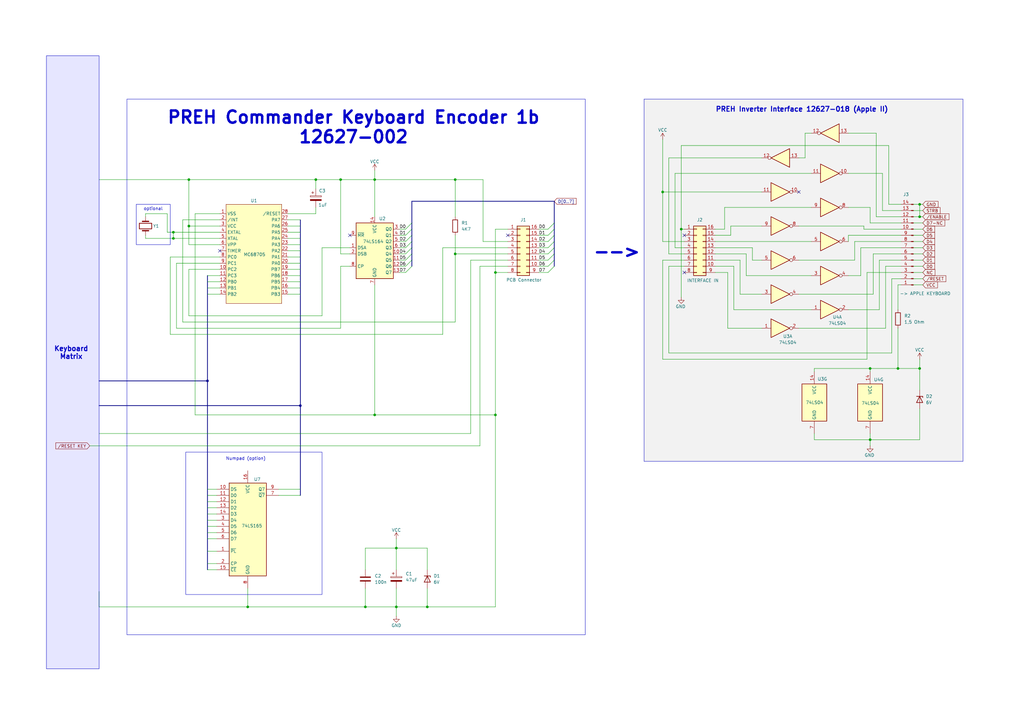
<source format=kicad_sch>
(kicad_sch (version 20250114) (generator "eeschema") (generator_version "9.0")
  (paper "A3")
  (title_block (title "PREH Commander") (date "2025-03-07") (rev "1"))
  (lib_symbols
    (symbol "74xx:74HC164"
      (property "Reference" "U" (at 1.905 -13.97 0))
      (property "Value" "74HC164" (at 1.905 -16.51 0))
      (symbol "74HC164_0_1"
        (rectangle (start 7.62 10.16) (end -7.62 -12.7) (stroke (width 0.254)) (fill (type background)))
      )
      (symbol "74HC164_1_1"
        (pin input line (at -10.16 5.08 0) (length 2.54) (name "~{MR}") (number "9"))
        (pin input line (at -10.16 0 0) (length 2.54) (name "DSA") (number "1"))
        (pin input line (at -10.16 -2.54 0) (length 2.54) (name "DSB") (number "2"))
        (pin input line (at -10.16 -7.62 0) (length 2.54) (name "CP") (number "8"))
        (pin power_in line (at 0 12.7 270) (length 2.54) (name "VCC") (number "14"))
        (pin power_in line (at 0 -15.24 90) (length 2.54) (name "GND") (number "7"))
        (pin output line (at 10.16 7.62 180) (length 2.54) (name "Q0") (number "3"))
        (pin output line (at 10.16 5.08 180) (length 2.54) (name "Q1") (number "4"))
        (pin output line (at 10.16 2.54 180) (length 2.54) (name "Q2") (number "5"))
        (pin output line (at 10.16 0 180) (length 2.54) (name "Q3") (number "6"))
        (pin output line (at 10.16 -2.54 180) (length 2.54) (name "Q4") (number "10"))
        (pin output line (at 10.16 -5.08 180) (length 2.54) (name "Q5") (number "11"))
        (pin output line (at 10.16 -7.62 180) (length 2.54) (name "Q6") (number "12"))
        (pin output line (at 10.16 -10.16 180) (length 2.54) (name "Q7") (number "13"))
      )
    )
    (symbol "74xx:74LS04"
      (property "Reference" "U" (at 0 1.27 0))
      (property "Value" "74LS04" (at 0 -1.27 0))
      (symbol "74LS04_1_0"
        (polyline (pts (xy -3.81 3.81) (xy -3.81 -3.81) (xy 3.81 0) (xy -3.81 3.81)) (stroke (width 0.254)) (fill (type background)))
        (pin input line (at -7.62 0 0) (length 3.81) (name "~") (number "1"))
        (pin output inverted (at 7.62 0 180) (length 3.81) (name "~") (number "2"))
      )
      (symbol "74LS04_2_0"
        (polyline (pts (xy -3.81 3.81) (xy -3.81 -3.81) (xy 3.81 0) (xy -3.81 3.81)) (stroke (width 0.254)) (fill (type background)))
        (pin input line (at -7.62 0 0) (length 3.81) (name "~") (number "3"))
        (pin output inverted (at 7.62 0 180) (length 3.81) (name "~") (number "4"))
      )
      (symbol "74LS04_3_0"
        (polyline (pts (xy -3.81 3.81) (xy -3.81 -3.81) (xy 3.81 0) (xy -3.81 3.81)) (stroke (width 0.254)) (fill (type background)))
        (pin input line (at -7.62 0 0) (length 3.81) (name "~") (number "5"))
        (pin output inverted (at 7.62 0 180) (length 3.81) (name "~") (number "6"))
      )
      (symbol "74LS04_4_0"
        (polyline (pts (xy -3.81 3.81) (xy -3.81 -3.81) (xy 3.81 0) (xy -3.81 3.81)) (stroke (width 0.254)) (fill (type background)))
        (pin input line (at -7.62 0 0) (length 3.81) (name "~") (number "9"))
        (pin output inverted (at 7.62 0 180) (length 3.81) (name "~") (number "8"))
      )
      (symbol "74LS04_5_0"
        (polyline (pts (xy -3.81 3.81) (xy -3.81 -3.81) (xy 3.81 0) (xy -3.81 3.81)) (stroke (width 0.254)) (fill (type background)))
        (pin input line (at -7.62 0 0) (length 3.81) (name "~") (number "11"))
        (pin output inverted (at 7.62 0 180) (length 3.81) (name "~") (number "10"))
      )
      (symbol "74LS04_6_0"
        (polyline (pts (xy -3.81 3.81) (xy -3.81 -3.81) (xy 3.81 0) (xy -3.81 3.81)) (stroke (width 0.254)) (fill (type background)))
        (pin input line (at -7.62 0 0) (length 3.81) (name "~") (number "13"))
        (pin output inverted (at 7.62 0 180) (length 3.81) (name "~") (number "12"))
      )
      (symbol "74LS04_7_0"
        (pin power_in line (at 0 12.7 270) (length 5.08) (name "VCC") (number "14"))
        (pin power_in line (at 0 -12.7 90) (length 5.08) (name "GND") (number "7"))
      )
      (symbol "74LS04_7_1"
        (rectangle (start -5.08 7.62) (end 5.08 -7.62) (stroke (width 0.254)) (fill (type background)))
      )
    )
    (symbol "74xx:74LS165"
      (property "Reference" "U" (at -7.62 19.05 0))
      (property "Value" "74LS165" (at -7.62 -21.59 0))
      (symbol "74LS165_1_0"
        (pin input line (at -12.7 15.24 0) (length 5.08) (name "DS") (number "10"))
        (pin input line (at -12.7 12.7 0) (length 5.08) (name "D0") (number "11"))
        (pin input line (at -12.7 10.16 0) (length 5.08) (name "D1") (number "12"))
        (pin input line (at -12.7 7.62 0) (length 5.08) (name "D2") (number "13"))
        (pin input line (at -12.7 5.08 0) (length 5.08) (name "D3") (number "14"))
        (pin input line (at -12.7 2.54 0) (length 5.08) (name "D4") (number "3"))
        (pin input line (at -12.7 0 0) (length 5.08) (name "D5") (number "4"))
        (pin input line (at -12.7 -2.54 0) (length 5.08) (name "D6") (number "5"))
        (pin input line (at -12.7 -5.08 0) (length 5.08) (name "D7") (number "6"))
        (pin input line (at -12.7 -10.16 0) (length 5.08) (name "~{PL}") (number "1"))
        (pin input line (at -12.7 -15.24 0) (length 5.08) (name "CP") (number "2"))
        (pin input line (at -12.7 -17.78 0) (length 5.08) (name "~{CE}") (number "15"))
        (pin power_in line (at 0 22.86 270) (length 5.08) (name "VCC") (number "16"))
        (pin power_in line (at 0 -25.4 90) (length 5.08) (name "GND") (number "8"))
        (pin output line (at 12.7 15.24 180) (length 5.08) (name "Q7") (number "9"))
        (pin output line (at 12.7 12.7 180) (length 5.08) (name "~{Q7}") (number "7"))
      )
      (symbol "74LS165_1_1"
        (rectangle (start -7.62 17.78) (end 7.62 -20.32) (stroke (width 0.254)) (fill (type background)))
      )
    )
    (symbol "Apple:MC68705"
      (property "Reference" "U" (at -0.762 21.082 0))
      (property "Value" "MC68705" (at -0.762 0 0))
      (symbol "MC68705_1_1"
        (rectangle (start -12.7 20.32) (end 10.16 -20.32) (fill (type background)))
        (pin power_in line (at -15.24 16.51 0) (length 2.54) (name "VSS") (number "1"))
        (pin input line (at -15.24 13.97 0) (length 2.54) (name "/INT") (number "2"))
        (pin power_in line (at -15.24 11.43 0) (length 2.54) (name "VCC") (number "3"))
        (pin input line (at -15.24 8.89 0) (length 2.54) (name "EXTAL") (number "4"))
        (pin input line (at -15.24 6.35 0) (length 2.54) (name "XTAL") (number "5"))
        (pin input line (at -15.24 3.81 0) (length 2.54) (name "VPP") (number "6"))
        (pin input line (at -15.24 1.27 0) (length 2.54) (name "TIMER") (number "7"))
        (pin input line (at -15.24 -1.27 0) (length 2.54) (name "PC0") (number "8"))
        (pin input line (at -15.24 -3.81 0) (length 2.54) (name "PC1") (number "9"))
        (pin input line (at -15.24 -6.35 0) (length 2.54) (name "PC2") (number "10"))
        (pin input line (at -15.24 -8.89 0) (length 2.54) (name "PC3") (number "11"))
        (pin input line (at -15.24 -11.43 0) (length 2.54) (name "PB0") (number "12"))
        (pin input line (at -15.24 -13.97 0) (length 2.54) (name "PB1") (number "13"))
        (pin input line (at -15.24 -16.51 0) (length 2.54) (name "PB2") (number "14"))
        (pin input line (at 12.7 16.51 180) (length 2.54) (name "/RESET") (number "28"))
        (pin input line (at 12.7 13.97 180) (length 2.54) (name "PA7") (number "27"))
        (pin input line (at 12.7 11.43 180) (length 2.54) (name "PA6") (number "26"))
        (pin input line (at 12.7 8.89 180) (length 2.54) (name "PA5") (number "25"))
        (pin input line (at 12.7 6.35 180) (length 2.54) (name "PA4") (number "24"))
        (pin input line (at 12.7 3.81 180) (length 2.54) (name "PA3") (number "23"))
        (pin input line (at 12.7 1.27 180) (length 2.54) (name "PA2") (number "22"))
        (pin input line (at 12.7 -1.27 180) (length 2.54) (name "PA1") (number "21"))
        (pin input line (at 12.7 -3.81 180) (length 2.54) (name "PA0") (number "20"))
        (pin input line (at 12.7 -6.35 180) (length 2.54) (name "PB7") (number "19"))
        (pin input line (at 12.7 -8.89 180) (length 2.54) (name "PB6") (number "18"))
        (pin input line (at 12.7 -11.43 180) (length 2.54) (name "PB5") (number "17"))
        (pin input line (at 12.7 -13.97 180) (length 2.54) (name "PB4") (number "16"))
        (pin input line (at 12.7 -16.51 180) (length 2.54) (name "PB3") (number "15"))
      )
    )
    (symbol "Connector:Conn_01x14_Pin" (pin_names (offset 1.016) (hide yes))
      (property "Reference" "J" (at 0 17.78 0))
      (property "Value" "Conn_01x14_Pin" (at 0 -20.32 0))
      (symbol "Conn_01x14_Pin_1_1"
        (rectangle (start 0.8636 15.367) (end 0 15.113) (stroke (width 0.1524)) (fill (type outline)))
        (rectangle (start 0.8636 12.827) (end 0 12.573) (stroke (width 0.1524)) (fill (type outline)))
        (rectangle (start 0.8636 10.287) (end 0 10.033) (stroke (width 0.1524)) (fill (type outline)))
        (rectangle (start 0.8636 7.747) (end 0 7.493) (stroke (width 0.1524)) (fill (type outline)))
        (rectangle (start 0.8636 5.207) (end 0 4.953) (stroke (width 0.1524)) (fill (type outline)))
        (rectangle (start 0.8636 2.667) (end 0 2.413) (stroke (width 0.1524)) (fill (type outline)))
        (rectangle (start 0.8636 0.127) (end 0 -0.127) (stroke (width 0.1524)) (fill (type outline)))
        (rectangle (start 0.8636 -2.413) (end 0 -2.667) (stroke (width 0.1524)) (fill (type outline)))
        (rectangle (start 0.8636 -4.953) (end 0 -5.207) (stroke (width 0.1524)) (fill (type outline)))
        (rectangle (start 0.8636 -7.493) (end 0 -7.747) (stroke (width 0.1524)) (fill (type outline)))
        (rectangle (start 0.8636 -10.033) (end 0 -10.287) (stroke (width 0.1524)) (fill (type outline)))
        (rectangle (start 0.8636 -12.573) (end 0 -12.827) (stroke (width 0.1524)) (fill (type outline)))
        (rectangle (start 0.8636 -15.113) (end 0 -15.367) (stroke (width 0.1524)) (fill (type outline)))
        (rectangle (start 0.8636 -17.653) (end 0 -17.907) (stroke (width 0.1524)) (fill (type outline)))
        (polyline (pts (xy 1.27 15.24) (xy 0.8636 15.24)) (stroke (width 0.1524)))
        (polyline (pts (xy 1.27 12.7) (xy 0.8636 12.7)) (stroke (width 0.1524)))
        (polyline (pts (xy 1.27 10.16) (xy 0.8636 10.16)) (stroke (width 0.1524)))
        (polyline (pts (xy 1.27 7.62) (xy 0.8636 7.62)) (stroke (width 0.1524)))
        (polyline (pts (xy 1.27 5.08) (xy 0.8636 5.08)) (stroke (width 0.1524)))
        (polyline (pts (xy 1.27 2.54) (xy 0.8636 2.54)) (stroke (width 0.1524)))
        (polyline (pts (xy 1.27 0) (xy 0.8636 0)) (stroke (width 0.1524)))
        (polyline (pts (xy 1.27 -2.54) (xy 0.8636 -2.54)) (stroke (width 0.1524)))
        (polyline (pts (xy 1.27 -5.08) (xy 0.8636 -5.08)) (stroke (width 0.1524)))
        (polyline (pts (xy 1.27 -7.62) (xy 0.8636 -7.62)) (stroke (width 0.1524)))
        (polyline (pts (xy 1.27 -10.16) (xy 0.8636 -10.16)) (stroke (width 0.1524)))
        (polyline (pts (xy 1.27 -12.7) (xy 0.8636 -12.7)) (stroke (width 0.1524)))
        (polyline (pts (xy 1.27 -15.24) (xy 0.8636 -15.24)) (stroke (width 0.1524)))
        (polyline (pts (xy 1.27 -17.78) (xy 0.8636 -17.78)) (stroke (width 0.1524)))
        (pin passive line (at 5.08 15.24 180) (length 3.81) (name "Pin_1") (number "1"))
        (pin passive line (at 5.08 12.7 180) (length 3.81) (name "Pin_2") (number "2"))
        (pin passive line (at 5.08 10.16 180) (length 3.81) (name "Pin_3") (number "3"))
        (pin passive line (at 5.08 7.62 180) (length 3.81) (name "Pin_4") (number "4"))
        (pin passive line (at 5.08 5.08 180) (length 3.81) (name "Pin_5") (number "5"))
        (pin passive line (at 5.08 2.54 180) (length 3.81) (name "Pin_6") (number "6"))
        (pin passive line (at 5.08 0 180) (length 3.81) (name "Pin_7") (number "7"))
        (pin passive line (at 5.08 -2.54 180) (length 3.81) (name "Pin_8") (number "8"))
        (pin passive line (at 5.08 -5.08 180) (length 3.81) (name "Pin_9") (number "9"))
        (pin passive line (at 5.08 -7.62 180) (length 3.81) (name "Pin_10") (number "10"))
        (pin passive line (at 5.08 -10.16 180) (length 3.81) (name "Pin_11") (number "11"))
        (pin passive line (at 5.08 -12.7 180) (length 3.81) (name "Pin_12") (number "12"))
        (pin passive line (at 5.08 -15.24 180) (length 3.81) (name "Pin_13") (number "13"))
        (pin passive line (at 5.08 -17.78 180) (length 3.81) (name "Pin_14") (number "14"))
      )
    )
    (symbol "Connector_Generic:Conn_02x08_Counter_Clockwise" (pin_names (offset 1.016) (hide yes))
      (property "Reference" "J" (at 1.27 10.16 0))
      (property "Value" "Conn_02x08_Counter_Clockwise" (at 1.27 -12.7 0))
      (symbol "Conn_02x08_Counter_Clockwise_1_1"
        (rectangle (start -1.27 8.89) (end 3.81 -11.43) (stroke (width 0.254)) (fill (type background)))
        (rectangle (start -1.27 7.747) (end 0 7.493) (stroke (width 0.1524)))
        (rectangle (start -1.27 5.207) (end 0 4.953) (stroke (width 0.1524)))
        (rectangle (start -1.27 2.667) (end 0 2.413) (stroke (width 0.1524)))
        (rectangle (start -1.27 0.127) (end 0 -0.127) (stroke (width 0.1524)))
        (rectangle (start -1.27 -2.413) (end 0 -2.667) (stroke (width 0.1524)))
        (rectangle (start -1.27 -4.953) (end 0 -5.207) (stroke (width 0.1524)))
        (rectangle (start -1.27 -7.493) (end 0 -7.747) (stroke (width 0.1524)))
        (rectangle (start -1.27 -10.033) (end 0 -10.287) (stroke (width 0.1524)))
        (rectangle (start 3.81 7.747) (end 2.54 7.493) (stroke (width 0.1524)))
        (rectangle (start 3.81 5.207) (end 2.54 4.953) (stroke (width 0.1524)))
        (rectangle (start 3.81 2.667) (end 2.54 2.413) (stroke (width 0.1524)))
        (rectangle (start 3.81 0.127) (end 2.54 -0.127) (stroke (width 0.1524)))
        (rectangle (start 3.81 -2.413) (end 2.54 -2.667) (stroke (width 0.1524)))
        (rectangle (start 3.81 -4.953) (end 2.54 -5.207) (stroke (width 0.1524)))
        (rectangle (start 3.81 -7.493) (end 2.54 -7.747) (stroke (width 0.1524)))
        (rectangle (start 3.81 -10.033) (end 2.54 -10.287) (stroke (width 0.1524)))
        (pin passive line (at -5.08 7.62 0) (length 3.81) (name "Pin_1") (number "1"))
        (pin passive line (at -5.08 5.08 0) (length 3.81) (name "Pin_2") (number "2"))
        (pin passive line (at -5.08 2.54 0) (length 3.81) (name "Pin_3") (number "3"))
        (pin passive line (at -5.08 0 0) (length 3.81) (name "Pin_4") (number "4"))
        (pin passive line (at -5.08 -2.54 0) (length 3.81) (name "Pin_5") (number "5"))
        (pin passive line (at -5.08 -5.08 0) (length 3.81) (name "Pin_6") (number "6"))
        (pin passive line (at -5.08 -7.62 0) (length 3.81) (name "Pin_7") (number "7"))
        (pin passive line (at -5.08 -10.16 0) (length 3.81) (name "Pin_8") (number "8"))
        (pin passive line (at 7.62 7.62 180) (length 3.81) (name "Pin_16") (number "16"))
        (pin passive line (at 7.62 5.08 180) (length 3.81) (name "Pin_15") (number "15"))
        (pin passive line (at 7.62 2.54 180) (length 3.81) (name "Pin_14") (number "14"))
        (pin passive line (at 7.62 0 180) (length 3.81) (name "Pin_13") (number "13"))
        (pin passive line (at 7.62 -2.54 180) (length 3.81) (name "Pin_12") (number "12"))
        (pin passive line (at 7.62 -5.08 180) (length 3.81) (name "Pin_11") (number "11"))
        (pin passive line (at 7.62 -7.62 180) (length 3.81) (name "Pin_10") (number "10"))
        (pin passive line (at 7.62 -10.16 180) (length 3.81) (name "Pin_9") (number "9"))
      )
    )
    (symbol "Device:C" (pin_numbers (hide yes)) (pin_names (offset 0.254))
      (property "Reference" "C" (at 0.635 2.54 0))
      (property "Value" "C" (at 0.635 -2.54 0))
      (symbol "C_0_1"
        (polyline (pts (xy -2.032 0.762) (xy 2.032 0.762)) (stroke (width 0.508)))
        (polyline (pts (xy -2.032 -0.762) (xy 2.032 -0.762)) (stroke (width 0.508)))
      )
      (symbol "C_1_1"
        (pin passive line (at 0 3.81 270) (length 2.794) (name "~") (number "1"))
        (pin passive line (at 0 -3.81 90) (length 2.794) (name "~") (number "2"))
      )
    )
    (symbol "Device:C_Polarized" (pin_numbers (hide yes)) (pin_names (offset 0.254))
      (property "Reference" "C" (at 0.635 2.54 0))
      (property "Value" "C_Polarized" (at 0.635 -2.54 0))
      (symbol "C_Polarized_0_1"
        (rectangle (start -2.286 0.508) (end 2.286 1.016))
        (polyline (pts (xy -1.778 2.286) (xy -0.762 2.286)))
        (polyline (pts (xy -1.27 2.794) (xy -1.27 1.778)))
        (rectangle (start 2.286 -0.508) (end -2.286 -1.016) (fill (type outline)))
      )
      (symbol "C_Polarized_1_1"
        (pin passive line (at 0 3.81 270) (length 2.794) (name "~") (number "1"))
        (pin passive line (at 0 -3.81 90) (length 2.794) (name "~") (number "2"))
      )
    )
    (symbol "Device:Crystal" (pin_numbers (hide yes)) (pin_names (offset 1.016) (hide yes))
      (property "Reference" "Y" (at 0 3.81 0))
      (property "Value" "Crystal" (at 0 -3.81 0))
      (symbol "Crystal_0_1"
        (polyline (pts (xy -2.54 0) (xy -1.905 0)))
        (polyline (pts (xy -1.905 -1.27) (xy -1.905 1.27)) (stroke (width 0.508)))
        (rectangle (start -1.143 2.54) (end 1.143 -2.54) (stroke (width 0.3048)))
        (polyline (pts (xy 1.905 -1.27) (xy 1.905 1.27)) (stroke (width 0.508)))
        (polyline (pts (xy 2.54 0) (xy 1.905 0)))
      )
      (symbol "Crystal_1_1"
        (pin passive line (at -3.81 0 0) (length 1.27) (name "1") (number "1"))
        (pin passive line (at 3.81 0 180) (length 1.27) (name "2") (number "2"))
      )
    )
    (symbol "Device:R" (pin_numbers (hide yes)) (pin_names (offset 0))
      (property "Reference" "R" (at 2.032 0 90))
      (property "Value" "R" (at 0 0 90))
      (symbol "R_0_1"
        (rectangle (start -1.016 -2.54) (end 1.016 2.54) (stroke (width 0.254)))
      )
      (symbol "R_1_1"
        (pin passive line (at 0 3.81 270) (length 1.27) (name "~") (number "1"))
        (pin passive line (at 0 -3.81 90) (length 1.27) (name "~") (number "2"))
      )
    )
    (symbol "Diode:BZD27Cxx" (pin_numbers (hide yes)) (pin_names (hide yes))
      (property "Reference" "D" (at 0 2.54 0))
      (property "Value" "BZD27Cxx" (at 0 -2.54 0))
      (symbol "BZD27Cxx_0_1"
        (polyline (pts (xy -1.27 -1.27) (xy -1.27 1.27) (xy -0.762 1.27)) (stroke (width 0.254)))
        (polyline (pts (xy 1.27 0) (xy -1.27 0)))
        (polyline (pts (xy 1.27 -1.27) (xy 1.27 1.27) (xy -1.27 0) (xy 1.27 -1.27)) (stroke (width 0.254)))
      )
      (symbol "BZD27Cxx_1_1"
        (pin passive line (at -3.81 0 0) (length 2.54) (name "K") (number "1"))
        (pin passive line (at 3.81 0 180) (length 2.54) (name "A") (number "2"))
      )
    )
    (symbol "power:GND" (power) (pin_numbers (hide yes)) (pin_names (offset 0) (hide yes))
      (property "Value" "GND" (at 0 -3.81 0))
      (symbol "GND_0_1"
        (polyline (pts (xy 0 0) (xy 0 -1.27) (xy 1.27 -1.27) (xy 0 -2.54) (xy -1.27 -1.27) (xy 0 -1.27)))
      )
      (symbol "GND_1_1"
        (pin power_in line (at 0 0 270) (length 0) (name "~") (number "1"))
      )
    )
    (symbol "power:VCC" (power) (pin_numbers (hide yes)) (pin_names (offset 0) (hide yes))
      (property "Value" "VCC" (at 0 3.556 0))
      (symbol "VCC_0_1"
        (polyline (pts (xy -0.762 1.27) (xy 0 2.54)))
        (polyline (pts (xy 0 2.54) (xy 0.762 1.27)))
        (polyline (pts (xy 0 0) (xy 0 2.54)))
      )
      (symbol "VCC_1_1"
        (pin power_in line (at 0 0 90) (length 0) (name "~") (number "1"))
      )
    )
  )
  (rectangle (start 76.2 185.42) (end 132.08 243.84))
  (text "-->" (at 252.984 103.378 0) (effects (font (size 5 5) (thickness 1) (bold yes))))
  (text "PREH Inverter Interface 12627-018 (Apple II)" (at 328.93 44.958 0) (effects (font (size 2 2) (thickness 0.4) (bold yes))))
  (text "Keyboard\nMatrix" (at 29.21 144.78 0) (effects (font (size 2 2) (thickness 0.4) (bold yes))))
  (text "PREH Commander Keyboard Encoder 1b\n12627-002" (at 145.034 52.324 0) (effects (font (size 5 5) (thickness 1) (bold yes))))
  (text "Numpad (option)" (at 100.838 188.214 0) (effects (font (size 1.27 1.27))))
  (text_box "" (at 52.07 40.64 0) (size 187.96 219.71) (margins 0.9525 0.9525 0.9525 0.9525) (effects (font (size 1.27 1.27)) (justify left top)))
  (text_box "" (at 264.16 40.64 0) (size 130.81 148.59) (margins 0.9525 0.9525 0.9525 0.9525) (fill (type color) (color 194 194 194 0.2)) (effects (font (size 1.27 1.27)) (justify left top)))
  (text_box "" (at 19.05 22.86 0) (size 21.59 251.46) (margins 0.9525 0.9525 0.9525 0.9525) (fill (type color) (color 0 0 255 0.1)) (effects (font (size 1.27 1.27)) (justify left top)))
  (text_box "optional" (at 55.88 83.82 0) (size 13.97 16.51) (margins 0.9525 0.9525 0.9525 0.9525) (effects (font (size 1.27 1.27)) (justify top)))
  (junction (at 153.67 73.66))
  (junction (at 356.87 151.13))
  (junction (at 129.54 73.66))
  (junction (at 203.2 170.18))
  (junction (at 377.19 151.13))
  (junction (at 377.19 88.9))
  (junction (at 101.6 248.92))
  (junction (at 175.26 248.92))
  (junction (at 186.69 104.14))
  (junction (at 123.19 166.37))
  (junction (at 356.87 180.34))
  (junction (at 153.67 170.18))
  (junction (at 186.69 73.66))
  (junction (at 139.7 73.66))
  (junction (at 377.19 83.82))
  (junction (at 271.78 78.74))
  (junction (at 85.09 156.21))
  (junction (at 77.47 92.71))
  (junction (at 77.47 73.66))
  (junction (at 368.3 151.13))
  (junction (at 162.56 224.79))
  (junction (at 71.12 95.25))
  (junction (at 71.12 97.79))
  (junction (at 279.4 93.98))
  (junction (at 149.86 248.92))
  (junction (at 203.2 111.76))
  (junction (at 162.56 248.92))
  (no_connect (at 90.17 102.87))
  (no_connect (at 208.28 96.52))
  (no_connect (at 280.67 96.52))
  (no_connect (at 280.67 111.76))
  (no_connect (at 143.51 96.52))
  (no_connect (at 327.66 78.74))
  (bus_entry (at 227.33 91.44) (size -2.54 2.54))
  (bus_entry (at 227.33 96.52) (size -2.54 2.54))
  (bus_entry (at 168.91 96.52) (size -2.54 2.54))
  (bus_entry (at 227.33 109.22) (size -2.54 2.54))
  (bus_entry (at 227.33 104.14) (size -2.54 2.54))
  (bus_entry (at 227.33 99.06) (size -2.54 2.54))
  (bus_entry (at 168.91 101.6) (size -2.54 2.54))
  (bus_entry (at 227.33 106.68) (size -2.54 2.54))
  (bus_entry (at 227.33 93.98) (size -2.54 2.54))
  (bus_entry (at 168.91 99.06) (size -2.54 2.54))
  (bus_entry (at 168.91 109.22) (size -2.54 2.54))
  (bus_entry (at 168.91 93.98) (size -2.54 2.54))
  (bus_entry (at 168.91 106.68) (size -2.54 2.54))
  (bus_entry (at 168.91 91.44) (size -2.54 2.54))
  (bus_entry (at 168.91 104.14) (size -2.54 2.54))
  (bus_entry (at 227.33 101.6) (size -2.54 2.54))
  (wire (pts (xy 203.2 248.92) (xy 175.26 248.92)))
  (wire (pts (xy 350.52 99.06) (xy 369.57 99.06)))
  (wire (pts (xy 354.33 93.98) (xy 369.57 93.98)))
  (wire (pts (xy 118.11 110.49) (xy 123.19 110.49)))
  (wire (pts (xy 276.86 71.12) (xy 332.74 71.12)))
  (bus (pts (xy 40.64 166.37) (xy 123.19 166.37)))
  (wire (pts (xy 356.87 91.44) (xy 369.57 91.44)))
  (wire (pts (xy 59.69 97.79) (xy 71.12 97.79)))
  (wire (pts (xy 368.3 134.62) (xy 368.3 151.13)))
  (wire (pts (xy 279.4 59.69) (xy 279.4 93.98)))
  (wire (pts (xy 85.09 205.74) (xy 88.9 205.74)))
  (wire (pts (xy 220.98 93.98) (xy 224.79 93.98)))
  (wire (pts (xy 364.49 59.69) (xy 279.4 59.69)))
  (wire (pts (xy 312.42 64.77) (xy 274.32 64.77)))
  (wire (pts (xy 163.83 101.6) (xy 166.37 101.6)))
  (wire (pts (xy 356.87 85.09) (xy 356.87 91.44)))
  (wire (pts (xy 40.64 248.92) (xy 101.6 248.92)))
  (wire (pts (xy 353.06 113.03) (xy 353.06 101.6)))
  (wire (pts (xy 312.42 134.62) (xy 298.45 134.62)))
  (wire (pts (xy 118.11 118.11) (xy 123.19 118.11)))
  (wire (pts (xy 369.57 111.76) (xy 355.6 111.76)))
  (wire (pts (xy 181.61 137.16) (xy 69.85 137.16)))
  (wire (pts (xy 364.49 83.82) (xy 369.57 83.82)))
  (wire (pts (xy 330.2 54.61) (xy 330.2 64.77)))
  (wire (pts (xy 220.98 99.06) (xy 224.79 99.06)))
  (wire (pts (xy 101.6 241.3) (xy 101.6 248.92)))
  (wire (pts (xy 163.83 99.06) (xy 166.37 99.06)))
  (wire (pts (xy 129.54 85.09) (xy 129.54 87.63)))
  (wire (pts (xy 85.09 213.36) (xy 88.9 213.36)))
  (wire (pts (xy 203.2 170.18) (xy 203.2 248.92)))
  (wire (pts (xy 377.19 147.32) (xy 377.19 151.13)))
  (wire (pts (xy 118.11 107.95) (xy 123.19 107.95)))
  (wire (pts (xy 360.68 106.68) (xy 369.57 106.68)))
  (wire (pts (xy 40.64 248.92) (xy 40.64 242.57)))
  (wire (pts (xy 101.6 248.92) (xy 149.86 248.92)))
  (bus (pts (xy 227.33 93.98) (xy 227.33 96.52)))
  (wire (pts (xy 85.09 208.28) (xy 88.9 208.28)))
  (wire (pts (xy 129.54 73.66) (xy 139.7 73.66)))
  (wire (pts (xy 220.98 96.52) (xy 224.79 96.52)))
  (wire (pts (xy 193.04 106.68) (xy 193.04 177.8)))
  (wire (pts (xy 274.32 64.77) (xy 274.32 104.14)))
  (wire (pts (xy 271.78 99.06) (xy 280.67 99.06)))
  (wire (pts (xy 132.08 129.54) (xy 77.47 129.54)))
  (wire (pts (xy 85.09 233.68) (xy 88.9 233.68)))
  (wire (pts (xy 139.7 73.66) (xy 139.7 104.14)))
  (wire (pts (xy 354.33 92.71) (xy 354.33 93.98)))
  (wire (pts (xy 363.22 109.22) (xy 369.57 109.22)))
  (wire (pts (xy 68.58 87.63) (xy 59.69 87.63)))
  (wire (pts (xy 118.11 115.57) (xy 123.19 115.57)))
  (wire (pts (xy 203.2 111.76) (xy 203.2 170.18)))
  (wire (pts (xy 330.2 64.77) (xy 327.66 64.77)))
  (wire (pts (xy 356.87 177.8) (xy 356.87 180.34)))
  (bus (pts (xy 227.33 106.68) (xy 227.33 109.22)))
  (wire (pts (xy 347.98 113.03) (xy 353.06 113.03)))
  (wire (pts (xy 300.99 109.22) (xy 293.37 109.22)))
  (wire (pts (xy 181.61 101.6) (xy 181.61 137.16)))
  (bus (pts (xy 227.33 99.06) (xy 227.33 101.6)))
  (bus (pts (xy 168.91 109.22) (xy 168.91 106.68)))
  (wire (pts (xy 162.56 224.79) (xy 162.56 233.68)))
  (wire (pts (xy 74.93 132.08) (xy 74.93 90.17)))
  (wire (pts (xy 368.3 116.84) (xy 368.3 127)))
  (wire (pts (xy 118.11 95.25) (xy 123.19 95.25)))
  (wire (pts (xy 347.98 54.61) (xy 359.41 54.61)))
  (wire (pts (xy 163.83 109.22) (xy 166.37 109.22)))
  (wire (pts (xy 203.2 93.98) (xy 203.2 111.76)))
  (wire (pts (xy 332.74 85.09) (xy 297.18 85.09)))
  (wire (pts (xy 327.66 120.65) (xy 358.14 120.65)))
  (bus (pts (xy 227.33 104.14) (xy 227.33 106.68)))
  (wire (pts (xy 153.67 88.9) (xy 153.67 73.66)))
  (wire (pts (xy 36.83 182.88) (xy 196.85 182.88)))
  (wire (pts (xy 77.47 110.49) (xy 90.17 110.49)))
  (wire (pts (xy 355.6 111.76) (xy 355.6 147.32)))
  (wire (pts (xy 356.87 151.13) (xy 368.3 151.13)))
  (wire (pts (xy 374.65 93.98) (xy 378.46 93.98)))
  (wire (pts (xy 363.22 134.62) (xy 363.22 109.22)))
  (wire (pts (xy 220.98 109.22) (xy 224.79 109.22)))
  (wire (pts (xy 365.76 114.3) (xy 365.76 144.78)))
  (wire (pts (xy 153.67 170.18) (xy 203.2 170.18)))
  (wire (pts (xy 85.09 115.57) (xy 90.17 115.57)))
  (wire (pts (xy 114.3 200.66) (xy 123.19 200.66)))
  (wire (pts (xy 85.09 215.9) (xy 88.9 215.9)))
  (wire (pts (xy 85.09 113.03) (xy 90.17 113.03)))
  (wire (pts (xy 303.53 120.65) (xy 303.53 106.68)))
  (wire (pts (xy 276.86 101.6) (xy 280.67 101.6)))
  (bus (pts (xy 168.91 96.52) (xy 168.91 93.98)))
  (wire (pts (xy 208.28 104.14) (xy 186.69 104.14)))
  (wire (pts (xy 327.66 92.71) (xy 354.33 92.71)))
  (wire (pts (xy 364.49 83.82) (xy 364.49 59.69)))
  (wire (pts (xy 139.7 109.22) (xy 143.51 109.22)))
  (wire (pts (xy 359.41 54.61) (xy 359.41 88.9)))
  (wire (pts (xy 361.95 71.12) (xy 361.95 86.36)))
  (wire (pts (xy 85.09 218.44) (xy 88.9 218.44)))
  (wire (pts (xy 139.7 109.22) (xy 139.7 134.62)))
  (wire (pts (xy 186.69 104.14) (xy 186.69 132.08)))
  (bus (pts (xy 168.91 101.6) (xy 168.91 99.06)))
  (bus (pts (xy 227.33 91.44) (xy 227.33 93.98)))
  (wire (pts (xy 306.07 113.03) (xy 306.07 104.14)))
  (wire (pts (xy 90.17 95.25) (xy 71.12 95.25)))
  (wire (pts (xy 118.11 100.33) (xy 123.19 100.33)))
  (wire (pts (xy 129.54 73.66) (xy 129.54 77.47)))
  (wire (pts (xy 77.47 92.71) (xy 90.17 92.71)))
  (wire (pts (xy 220.98 101.6) (xy 224.79 101.6)))
  (wire (pts (xy 85.09 220.98) (xy 88.9 220.98)))
  (wire (pts (xy 374.65 111.76) (xy 378.46 111.76)))
  (wire (pts (xy 72.39 107.95) (xy 90.17 107.95)))
  (wire (pts (xy 181.61 101.6) (xy 208.28 101.6)))
  (wire (pts (xy 369.57 116.84) (xy 368.3 116.84)))
  (wire (pts (xy 198.12 99.06) (xy 198.12 73.66)))
  (wire (pts (xy 208.28 93.98) (xy 203.2 93.98)))
  (wire (pts (xy 118.11 87.63) (xy 129.54 87.63)))
  (bus (pts (xy 168.91 106.68) (xy 168.91 104.14)))
  (wire (pts (xy 208.28 99.06) (xy 198.12 99.06)))
  (wire (pts (xy 347.98 85.09) (xy 356.87 85.09)))
  (wire (pts (xy 163.83 93.98) (xy 166.37 93.98)))
  (wire (pts (xy 203.2 111.76) (xy 208.28 111.76)))
  (wire (pts (xy 271.78 78.74) (xy 312.42 78.74)))
  (wire (pts (xy 90.17 97.79) (xy 71.12 97.79)))
  (wire (pts (xy 377.19 180.34) (xy 377.19 167.64)))
  (wire (pts (xy 77.47 100.33) (xy 90.17 100.33)))
  (wire (pts (xy 332.74 113.03) (xy 306.07 113.03)))
  (wire (pts (xy 353.06 101.6) (xy 369.57 101.6)))
  (wire (pts (xy 279.4 93.98) (xy 279.4 121.92)))
  (wire (pts (xy 374.65 83.82) (xy 377.19 83.82)))
  (wire (pts (xy 356.87 180.34) (xy 334.01 180.34)))
  (wire (pts (xy 85.09 200.66) (xy 88.9 200.66)))
  (wire (pts (xy 377.19 83.82) (xy 378.46 83.82)))
  (wire (pts (xy 85.09 226.06) (xy 88.9 226.06)))
  (wire (pts (xy 163.83 96.52) (xy 166.37 96.52)))
  (wire (pts (xy 149.86 224.79) (xy 162.56 224.79)))
  (wire (pts (xy 365.76 114.3) (xy 369.57 114.3)))
  (bus (pts (xy 168.91 104.14) (xy 168.91 101.6)))
  (wire (pts (xy 374.65 91.44) (xy 378.46 91.44)))
  (wire (pts (xy 374.65 116.84) (xy 378.46 116.84)))
  (wire (pts (xy 71.12 95.25) (xy 68.58 95.25)))
  (wire (pts (xy 40.64 177.8) (xy 193.04 177.8)))
  (wire (pts (xy 149.86 233.68) (xy 149.86 224.79)))
  (wire (pts (xy 271.78 147.32) (xy 271.78 106.68)))
  (wire (pts (xy 77.47 129.54) (xy 77.47 110.49)))
  (wire (pts (xy 274.32 109.22) (xy 280.67 109.22)))
  (wire (pts (xy 374.65 86.36) (xy 378.46 86.36)))
  (wire (pts (xy 347.98 71.12) (xy 361.95 71.12)))
  (wire (pts (xy 153.67 73.66) (xy 153.67 69.85)))
  (wire (pts (xy 80.01 170.18) (xy 153.67 170.18)))
  (wire (pts (xy 368.3 151.13) (xy 377.19 151.13)))
  (wire (pts (xy 271.78 57.15) (xy 271.78 78.74)))
  (bus (pts (xy 227.33 96.52) (xy 227.33 99.06)))
  (wire (pts (xy 59.69 96.52) (xy 59.69 97.79)))
  (wire (pts (xy 220.98 104.14) (xy 224.79 104.14)))
  (wire (pts (xy 374.65 109.22) (xy 378.46 109.22)))
  (wire (pts (xy 40.64 73.66) (xy 77.47 73.66)))
  (wire (pts (xy 85.09 118.11) (xy 90.17 118.11)))
  (wire (pts (xy 297.18 85.09) (xy 297.18 93.98)))
  (wire (pts (xy 293.37 99.06) (xy 332.74 99.06)))
  (wire (pts (xy 377.19 83.82) (xy 377.19 88.9)))
  (wire (pts (xy 374.65 106.68) (xy 378.46 106.68)))
  (wire (pts (xy 118.11 97.79) (xy 123.19 97.79)))
  (bus (pts (xy 85.09 113.03) (xy 85.09 156.21)))
  (wire (pts (xy 308.61 101.6) (xy 293.37 101.6)))
  (wire (pts (xy 162.56 248.92) (xy 162.56 252.73)))
  (wire (pts (xy 196.85 109.22) (xy 196.85 182.88)))
  (wire (pts (xy 175.26 241.3) (xy 175.26 248.92)))
  (wire (pts (xy 85.09 231.14) (xy 88.9 231.14)))
  (wire (pts (xy 356.87 180.34) (xy 377.19 180.34)))
  (wire (pts (xy 186.69 73.66) (xy 186.69 88.9)))
  (bus (pts (xy 168.91 93.98) (xy 168.91 91.44)))
  (wire (pts (xy 312.42 120.65) (xy 303.53 120.65)))
  (wire (pts (xy 118.11 102.87) (xy 123.19 102.87)))
  (wire (pts (xy 77.47 73.66) (xy 77.47 92.71)))
  (wire (pts (xy 114.3 203.2) (xy 123.19 203.2)))
  (wire (pts (xy 77.47 73.66) (xy 129.54 73.66)))
  (wire (pts (xy 374.65 104.14) (xy 378.46 104.14)))
  (wire (pts (xy 356.87 152.4) (xy 356.87 151.13)))
  (wire (pts (xy 153.67 73.66) (xy 139.7 73.66)))
  (wire (pts (xy 312.42 106.68) (xy 308.61 106.68)))
  (wire (pts (xy 175.26 224.79) (xy 175.26 233.68)))
  (wire (pts (xy 149.86 248.92) (xy 149.86 241.3)))
  (wire (pts (xy 186.69 73.66) (xy 153.67 73.66)))
  (wire (pts (xy 59.69 87.63) (xy 59.69 88.9)))
  (wire (pts (xy 279.4 93.98) (xy 280.67 93.98)))
  (wire (pts (xy 374.65 99.06) (xy 378.46 99.06)))
  (wire (pts (xy 374.65 101.6) (xy 378.46 101.6)))
  (wire (pts (xy 298.45 134.62) (xy 298.45 111.76)))
  (wire (pts (xy 85.09 120.65) (xy 90.17 120.65)))
  (wire (pts (xy 374.65 96.52) (xy 378.46 96.52)))
  (wire (pts (xy 274.32 104.14) (xy 280.67 104.14)))
  (wire (pts (xy 332.74 127) (xy 300.99 127)))
  (bus (pts (xy 168.91 82.55) (xy 227.33 82.55)))
  (wire (pts (xy 72.39 134.62) (xy 72.39 107.95)))
  (wire (pts (xy 139.7 134.62) (xy 72.39 134.62)))
  (wire (pts (xy 143.51 101.6) (xy 132.08 101.6)))
  (wire (pts (xy 276.86 71.12) (xy 276.86 101.6)))
  (wire (pts (xy 85.09 210.82) (xy 88.9 210.82)))
  (wire (pts (xy 359.41 88.9) (xy 369.57 88.9)))
  (wire (pts (xy 162.56 224.79) (xy 175.26 224.79)))
  (bus (pts (xy 123.19 166.37) (xy 123.19 203.2)))
  (wire (pts (xy 298.45 111.76) (xy 293.37 111.76)))
  (wire (pts (xy 347.98 96.52) (xy 369.57 96.52)))
  (wire (pts (xy 118.11 90.17) (xy 123.19 90.17)))
  (wire (pts (xy 300.99 127) (xy 300.99 109.22)))
  (wire (pts (xy 80.01 87.63) (xy 80.01 170.18)))
  (wire (pts (xy 334.01 180.34) (xy 334.01 177.8)))
  (wire (pts (xy 293.37 93.98) (xy 297.18 93.98)))
  (wire (pts (xy 347.98 127) (xy 360.68 127)))
  (wire (pts (xy 118.11 113.03) (xy 123.19 113.03)))
  (wire (pts (xy 69.85 105.41) (xy 90.17 105.41)))
  (wire (pts (xy 271.78 106.68) (xy 280.67 106.68)))
  (wire (pts (xy 118.11 120.65) (xy 123.19 120.65)))
  (wire (pts (xy 132.08 101.6) (xy 132.08 129.54)))
  (wire (pts (xy 162.56 248.92) (xy 149.86 248.92)))
  (wire (pts (xy 377.19 151.13) (xy 377.19 160.02)))
  (wire (pts (xy 77.47 92.71) (xy 77.47 100.33)))
  (wire (pts (xy 332.74 54.61) (xy 330.2 54.61)))
  (wire (pts (xy 299.72 92.71) (xy 299.72 96.52)))
  (wire (pts (xy 153.67 116.84) (xy 153.67 170.18)))
  (wire (pts (xy 377.19 88.9) (xy 378.46 88.9)))
  (wire (pts (xy 360.68 127) (xy 360.68 106.68)))
  (wire (pts (xy 293.37 106.68) (xy 303.53 106.68)))
  (wire (pts (xy 358.14 104.14) (xy 369.57 104.14)))
  (wire (pts (xy 374.65 114.3) (xy 378.46 114.3)))
  (bus (pts (xy 168.91 99.06) (xy 168.91 96.52)))
  (wire (pts (xy 162.56 248.92) (xy 175.26 248.92)))
  (wire (pts (xy 163.83 106.68) (xy 166.37 106.68)))
  (wire (pts (xy 350.52 106.68) (xy 350.52 99.06)))
  (bus (pts (xy 227.33 82.55) (xy 227.33 91.44)))
  (bus (pts (xy 40.64 156.21) (xy 85.09 156.21)))
  (wire (pts (xy 299.72 96.52) (xy 293.37 96.52)))
  (wire (pts (xy 271.78 78.74) (xy 271.78 99.06)))
  (wire (pts (xy 274.32 144.78) (xy 274.32 109.22)))
  (wire (pts (xy 312.42 92.71) (xy 299.72 92.71)))
  (wire (pts (xy 85.09 203.2) (xy 88.9 203.2)))
  (wire (pts (xy 374.65 88.9) (xy 377.19 88.9)))
  (wire (pts (xy 74.93 90.17) (xy 90.17 90.17)))
  (bus (pts (xy 123.19 90.17) (xy 123.19 166.37)))
  (wire (pts (xy 186.69 96.52) (xy 186.69 104.14)))
  (wire (pts (xy 356.87 180.34) (xy 356.87 182.88)))
  (wire (pts (xy 118.11 105.41) (xy 123.19 105.41)))
  (wire (pts (xy 90.17 87.63) (xy 80.01 87.63)))
  (bus (pts (xy 85.09 233.68) (xy 85.09 156.21)))
  (wire (pts (xy 271.78 147.32) (xy 355.6 147.32)))
  (wire (pts (xy 308.61 106.68) (xy 308.61 101.6)))
  (wire (pts (xy 69.85 137.16) (xy 69.85 105.41)))
  (wire (pts (xy 356.87 151.13) (xy 334.01 151.13)))
  (wire (pts (xy 68.58 95.25) (xy 68.58 87.63)))
  (wire (pts (xy 162.56 241.3) (xy 162.56 248.92)))
  (wire (pts (xy 74.93 132.08) (xy 186.69 132.08)))
  (wire (pts (xy 71.12 95.25) (xy 71.12 97.79)))
  (wire (pts (xy 118.11 92.71) (xy 123.19 92.71)))
  (wire (pts (xy 143.51 104.14) (xy 139.7 104.14)))
  (wire (pts (xy 347.98 99.06) (xy 347.98 96.52)))
  (wire (pts (xy 365.76 144.78) (xy 274.32 144.78)))
  (wire (pts (xy 327.66 106.68) (xy 350.52 106.68)))
  (wire (pts (xy 196.85 109.22) (xy 208.28 109.22)))
  (bus (pts (xy 168.91 91.44) (xy 168.91 82.55)))
  (bus (pts (xy 227.33 101.6) (xy 227.33 104.14)))
  (wire (pts (xy 220.98 111.76) (xy 224.79 111.76)))
  (wire (pts (xy 162.56 220.98) (xy 162.56 224.79)))
  (wire (pts (xy 208.28 106.68) (xy 193.04 106.68)))
  (wire (pts (xy 306.07 104.14) (xy 293.37 104.14)))
  (wire (pts (xy 163.83 111.76) (xy 166.37 111.76)))
  (wire (pts (xy 327.66 134.62) (xy 363.22 134.62)))
  (wire (pts (xy 358.14 120.65) (xy 358.14 104.14)))
  (wire (pts (xy 220.98 106.68) (xy 224.79 106.68)))
  (wire (pts (xy 361.95 86.36) (xy 369.57 86.36)))
  (wire (pts (xy 163.83 104.14) (xy 166.37 104.14)))
  (wire (pts (xy 198.12 73.66) (xy 186.69 73.66)))
  (wire (pts (xy 334.01 151.13) (xy 334.01 152.4)))
  (label "D0" (at 163.83 93.98 0))
  (label "D5" (at 163.83 106.68 0))
  (label "D0" (at 220.98 93.98 0))
  (label "D1" (at 220.98 96.52 0))
  (label "D1" (at 163.83 96.52 0))
  (label "D2" (at 163.83 99.06 0))
  (label "D6" (at 163.83 109.22 0))
  (label "D7" (at 220.98 111.76 0))
  (label "D6" (at 220.98 109.22 0))
  (label "D2" (at 220.98 99.06 0))
  (label "D4" (at 163.83 104.14 0))
  (label "D7" (at 163.83 111.76 0))
  (label "D3" (at 220.98 101.6 0))
  (label "D3" (at 163.83 101.6 0))
  (label "D5" (at 220.98 106.68 0))
  (label "D4" (at 220.98 104.14 0))
  (global_label "D[0..7]" (shape input) (at 227.33 82.55 0) (property "Intersheetrefs" "${INTERSHEET_REFS}" (effects (hide yes))))
  (global_label "NC" (shape input) (at 378.46 111.76 0) (property "Intersheetrefs" "${INTERSHEET_REFS}" (effects (hide yes))))
  (global_label "D6" (shape input) (at 378.46 93.98 0) (property "Intersheetrefs" "${INTERSHEET_REFS}" (effects (hide yes))))
  (global_label "GND" (shape input) (at 378.46 83.82 0) (property "Intersheetrefs" "${INTERSHEET_REFS}" (effects (hide yes))))
  (global_label "{slash}ENABLE" (shape input) (at 378.46 88.9 0) (property "Intersheetrefs" "${INTERSHEET_REFS}" (effects (hide yes))))
  (global_label "D0" (shape input) (at 378.46 109.22 0) (property "Intersheetrefs" "${INTERSHEET_REFS}" (effects (hide yes))))
  (global_label "D1" (shape input) (at 378.46 106.68 0) (property "Intersheetrefs" "${INTERSHEET_REFS}" (effects (hide yes))))
  (global_label "D2" (shape input) (at 378.46 104.14 0) (property "Intersheetrefs" "${INTERSHEET_REFS}" (effects (hide yes))))
  (global_label "D3" (shape input) (at 378.46 101.6 0) (property "Intersheetrefs" "${INTERSHEET_REFS}" (effects (hide yes))))
  (global_label "D4" (shape input) (at 378.46 99.06 0) (property "Intersheetrefs" "${INTERSHEET_REFS}" (effects (hide yes))))
  (global_label "VCC" (shape input) (at 378.46 116.84 0) (property "Intersheetrefs" "${INTERSHEET_REFS}" (effects (hide yes))))
  (global_label "STRB" (shape input) (at 378.46 86.36 0) (property "Intersheetrefs" "${INTERSHEET_REFS}" (effects (hide yes))))
  (global_label "{slash}RESET" (shape input) (at 378.46 114.3 0) (property "Intersheetrefs" "${INTERSHEET_REFS}" (effects (hide yes))))
  (global_label "D7-NC" (shape input) (at 378.46 91.44 0) (property "Intersheetrefs" "${INTERSHEET_REFS}" (effects (hide yes))))
  (global_label "D5" (shape input) (at 378.46 96.52 0) (property "Intersheetrefs" "${INTERSHEET_REFS}" (effects (hide yes))))
  (global_label "{slash}RESET KEY" (shape input) (at 36.83 182.88 180) (property "Intersheetrefs" "${INTERSHEET_REFS}" (effects (hide yes))))
  (symbol (lib_id "Device:R") (at 186.69 92.71 0) (unit 1)
    (property "Reference" "R1" (at 189.23 91.4399 0) (effects (justify left)))
    (property "Value" "4K7" (at 189.23 93.9799 0) (effects (justify left)))
    (property "Description" "Resistor" (effects (hide yes)))
  )
  (symbol (lib_id "Apple:MC68705") (at 105.41 104.14 0) (unit 1)
    (property "Reference" "U1" (at 104.14 82.296 0))
    (property "Value" "MC68705" (at 104.394 104.394 0))
  )
  (symbol (lib_id "Connector_Generic:Conn_02x08_Counter_Clockwise") (at 285.75 101.6 0) (unit 1)
    (property "Reference" "J2" (at 287.02 90.17 0))
    (property "Value" "INTERFACE IN" (at 288.29 115.062 0))
    (property "Description" "Generic connector, double row, 02x08, counter clockwise pin numbering scheme (similar to DIP package numbering), script generated (kicad-library-utils/schlib/autogen/connector/)" (effects (hide yes)))
  )
  (symbol (lib_id "power:GND") (at 162.56 252.73 0) (unit 1)
    (property "Reference" "#PWR06" (effects (hide yes)))
    (property "Value" "GND" (at 162.56 256.54 0))
    (property "Description" "Power symbol creates a global label with name \"GND\" , ground" (effects (hide yes)))
  )
  (symbol (lib_id "power:VCC") (at 377.19 147.32 0) (unit 1)
    (property "Reference" "#PWR08" (effects (hide yes)))
    (property "Value" "VCC" (at 377.19 143.51 0))
    (property "Description" "Power symbol creates a global label with name \"VCC\"" (effects (hide yes)))
  )
  (symbol (lib_id "74xx:74LS04") (at 334.01 165.1 0) (unit 7)
    (property "Reference" "U3" (at 335.28 155.448 0) (effects (justify left)))
    (property "Value" "74LS04" (at 330.454 165.1 0) (effects (justify left)))
    (property "Datasheet" "http://www.ti.com/lit/gpn/sn74LS04" (effects (hide yes)))
    (property "Description" "Hex Inverter" (effects (hide yes)))
  )
  (symbol (lib_id "74xx:74LS04") (at 320.04 106.68 0) (unit 3)
    (property "Reference" "U5" (effects (hide yes)))
    (property "Value" "74LS04" (effects (hide yes)))
    (property "Datasheet" "http://www.ti.com/lit/gpn/sn74LS04" (effects (hide yes)))
    (property "Description" "Hex Inverter" (effects (hide yes)))
  )
  (symbol (lib_id "power:GND") (at 279.4 121.92 0) (unit 1)
    (property "Reference" "#PWR07" (effects (hide yes)))
    (property "Value" "GND" (at 279.146 125.73 0))
    (property "Description" "Power symbol creates a global label with name \"GND\" , ground" (effects (hide yes)))
  )
  (symbol (lib_id "74xx:74LS04") (at 340.36 113.03 0) (unit 2)
    (property "Reference" "U6" (effects (hide yes)))
    (property "Value" "74LS04" (effects (hide yes)))
    (property "Datasheet" "http://www.ti.com/lit/gpn/sn74LS04" (effects (hide yes)))
    (property "Description" "Hex Inverter" (effects (hide yes)))
  )
  (symbol (lib_id "74xx:74LS04") (at 320.04 134.62 0) (unit 1)
    (property "Reference" "U3" (at 323.088 137.922 0))
    (property "Value" "74LS04" (at 323.088 140.462 0))
    (property "Datasheet" "http://www.ti.com/lit/gpn/sn74LS04" (effects (hide yes)))
    (property "Description" "Hex Inverter" (effects (hide yes)))
  )
  (symbol (lib_id "power:GND") (at 356.87 182.88 0) (unit 1)
    (property "Reference" "#PWR02" (effects (hide yes)))
    (property "Value" "GND" (at 356.616 186.69 0))
    (property "Description" "Power symbol creates a global label with name \"GND\" , ground" (effects (hide yes)))
  )
  (symbol (lib_id "74xx:74LS165") (at 101.6 215.9 0) (unit 1)
    (property "Reference" "U7" (at 104.14 196.596 0) (effects (justify left)))
    (property "Value" "74LS165" (at 99.06 215.646 0) (effects (justify left)))
    (property "Datasheet" "https://www.ti.com/lit/ds/symlink/sn74ls165a.pdf" (effects (hide yes)))
    (property "Description" "Shift Register 8-bit, parallel load" (effects (hide yes)))
  )
  (symbol (lib_id "Diode:BZD27Cxx") (at 377.19 163.83 270) (unit 1)
    (property "Reference" "D2" (at 379.73 162.5599 90) (effects (justify left)))
    (property "Value" "6V" (at 379.73 165.0999 90) (effects (justify left)))
    (property "Footprint" "Diode_SMD:D_SMF" (effects (hide yes)))
    (property "Datasheet" "https://www.vishay.com/docs/85153/bzd27series.pdf" (effects (hide yes)))
    (property "Description" "800mW Zener Diode, 3.6-200V, SMF" (effects (hide yes)))
  )
  (symbol (lib_id "power:VCC") (at 162.56 220.98 0) (unit 1)
    (property "Reference" "#PWR05" (effects (hide yes)))
    (property "Value" "VCC" (at 162.56 217.424 0))
    (property "Description" "Power symbol creates a global label with name \"VCC\"" (effects (hide yes)))
  )
  (symbol (lib_id "74xx:74LS04") (at 340.36 127 0) (unit 1)
    (property "Reference" "U4" (at 343.408 130.048 0))
    (property "Value" "74LS04" (at 343.408 132.588 0))
    (property "Datasheet" "http://www.ti.com/lit/gpn/sn74LS04" (effects (hide yes)))
    (property "Description" "Hex Inverter" (effects (hide yes)))
  )
  (symbol (lib_id "74xx:74HC164") (at 153.67 101.6 0) (unit 1)
    (property "Reference" "U2" (at 155.448 89.662 0) (effects (justify left)))
    (property "Value" "74LS164" (at 148.844 99.06 0) (effects (justify left)))
    (property "Datasheet" "https://assets.nexperia.com/documents/data-sheet/74HC_HCT164.pdf" (effects (hide yes)))
    (property "Description" "8-bit serial-in parallel-out shift register" (effects (hide yes)))
  )
  (symbol (lib_id "74xx:74LS04") (at 320.04 64.77 180) (unit 6)
    (property "Reference" "U5" (effects (hide yes)))
    (property "Value" "74LS04" (effects (hide yes)))
    (property "Datasheet" "http://www.ti.com/lit/gpn/sn74LS04" (effects (hide yes)))
    (property "Description" "Hex Inverter" (effects (hide yes)))
  )
  (symbol (lib_id "power:VCC") (at 271.78 57.15 0) (unit 1)
    (property "Reference" "#PWR09" (effects (hide yes)))
    (property "Value" "VCC" (at 271.78 53.34 0))
    (property "Description" "Power symbol creates a global label with name \"VCC\"" (effects (hide yes)))
  )
  (symbol (lib_id "Device:C_Polarized") (at 129.54 81.28 0) (unit 1)
    (property "Reference" "C3" (at 130.81 78.232 0) (effects (justify left)))
    (property "Value" "1uF" (at 130.556 84.074 0) (effects (justify left)))
    (property "Description" "Polarized capacitor" (effects (hide yes)))
  )
  (symbol (lib_id "74xx:74LS04") (at 340.36 71.12 0) (unit 5)
    (property "Reference" "U6" (effects (hide yes)))
    (property "Value" "74LS04" (effects (hide yes)))
    (property "Datasheet" "http://www.ti.com/lit/gpn/sn74LS04" (effects (hide yes)))
    (property "Description" "Hex Inverter" (effects (hide yes)))
  )
  (symbol (lib_id "Diode:BZD27Cxx") (at 175.26 237.49 270) (unit 1)
    (property "Reference" "D1" (at 177.8 236.2199 90) (effects (justify left)))
    (property "Value" "6V" (at 177.8 238.7599 90) (effects (justify left)))
    (property "Footprint" "Diode_SMD:D_SMF" (effects (hide yes)))
    (property "Datasheet" "https://www.vishay.com/docs/85153/bzd27series.pdf" (effects (hide yes)))
    (property "Description" "800mW Zener Diode, 3.6-200V, SMF" (effects (hide yes)))
  )
  (symbol (lib_id "Device:Crystal") (at 59.69 92.71 90) (unit 1)
    (property "Reference" "Y1" (at 62.738 92.71 90) (effects (justify right)))
    (property "Value" "optional" (effects (hide yes)))
    (property "Description" "Two pin crystal" (effects (hide yes)))
  )
  (symbol (lib_id "Connector:Conn_01x14_Pin") (at 374.65 101.6 180) (unit 1)
    (property "Reference" "J3" (at 371.602 79.756 0))
    (property "Value" "-> APPLE KEYBOARD" (at 379.476 120.396 0))
    (property "Description" "Generic connector, single row, 01x14, script generated" (effects (hide yes)))
  )
  (symbol (lib_id "74xx:74LS04") (at 320.04 92.71 0) (unit 4)
    (property "Reference" "U5" (effects (hide yes)))
    (property "Value" "74LS04" (effects (hide yes)))
    (property "Datasheet" "http://www.ti.com/lit/gpn/sn74LS04" (effects (hide yes)))
    (property "Description" "Hex Inverter" (effects (hide yes)))
  )
  (symbol (lib_id "Device:C") (at 149.86 237.49 0) (unit 1)
    (property "Reference" "C2" (at 153.67 236.2199 0) (effects (justify left)))
    (property "Value" "100n" (at 153.67 238.7599 0) (effects (justify left)))
    (property "Description" "Unpolarized capacitor" (effects (hide yes)))
  )
  (symbol (lib_id "Connector_Generic:Conn_02x08_Counter_Clockwise") (at 213.36 101.6 0) (unit 1)
    (property "Reference" "J1" (at 214.63 90.17 0))
    (property "Value" "PCB Connector" (at 214.884 114.808 0))
    (property "Description" "Generic connector, double row, 02x08, counter clockwise pin numbering scheme (similar to DIP package numbering), script generated (kicad-library-utils/schlib/autogen/connector/)" (effects (hide yes)))
  )
  (symbol (lib_id "74xx:74LS04") (at 340.36 85.09 0) (unit 4)
    (property "Reference" "U6" (effects (hide yes)))
    (property "Value" "74LS04" (effects (hide yes)))
    (property "Datasheet" "http://www.ti.com/lit/gpn/sn74LS04" (effects (hide yes)))
    (property "Description" "Hex Inverter" (effects (hide yes)))
  )
  (symbol (lib_id "74xx:74LS04") (at 320.04 120.65 0) (unit 2)
    (property "Reference" "U5" (effects (hide yes)))
    (property "Value" "74LS04" (effects (hide yes)))
    (property "Datasheet" "http://www.ti.com/lit/gpn/sn74LS04" (effects (hide yes)))
    (property "Description" "Hex Inverter" (effects (hide yes)))
  )
  (symbol (lib_id "74xx:74LS04") (at 356.87 165.1 0) (unit 7)
    (property "Reference" "U4" (at 358.394 155.702 0) (effects (justify left)))
    (property "Value" "74LS04" (at 353.314 165.354 0) (effects (justify left)))
    (property "Datasheet" "http://www.ti.com/lit/gpn/sn74LS04" (effects (hide yes)))
    (property "Description" "Hex Inverter" (effects (hide yes)))
  )
  (symbol (lib_id "74xx:74LS04") (at 340.36 99.06 0) (unit 3)
    (property "Reference" "U6" (effects (hide yes)))
    (property "Value" "74LS04" (effects (hide yes)))
    (property "Datasheet" "http://www.ti.com/lit/gpn/sn74LS04" (effects (hide yes)))
    (property "Description" "Hex Inverter" (effects (hide yes)))
  )
  (symbol (lib_id "74xx:74LS04") (at 340.36 54.61 180) (unit 6)
    (property "Reference" "U6" (effects (hide yes)))
    (property "Value" "74LS04" (effects (hide yes)))
    (property "Datasheet" "http://www.ti.com/lit/gpn/sn74LS04" (effects (hide yes)))
    (property "Description" "Hex Inverter" (effects (hide yes)))
  )
  (symbol (lib_id "74xx:74LS04") (at 320.04 78.74 0) (unit 5)
    (property "Reference" "U5" (effects (hide yes)))
    (property "Value" "74LS04" (effects (hide yes)))
    (property "Datasheet" "http://www.ti.com/lit/gpn/sn74LS04" (effects (hide yes)))
    (property "Description" "Hex Inverter" (effects (hide yes)))
  )
  (symbol (lib_id "Device:C_Polarized") (at 162.56 237.49 0) (unit 1)
    (property "Reference" "C1" (at 166.37 235.3309 0) (effects (justify left)))
    (property "Value" "47uF" (at 166.37 237.8709 0) (effects (justify left)))
    (property "Description" "Polarized capacitor" (effects (hide yes)))
  )
  (symbol (lib_id "Device:R") (at 368.3 130.81 0) (unit 1)
    (property "Reference" "R2" (at 370.84 129.5399 0) (effects (justify left)))
    (property "Value" "1,5 Ohm" (at 370.84 132.0799 0) (effects (justify left)))
    (property "Description" "Resistor" (effects (hide yes)))
  )
  (symbol (lib_id "power:VCC") (at 153.67 69.85 0) (unit 1)
    (property "Reference" "#PWR04" (effects (hide yes)))
    (property "Value" "VCC" (at 153.67 66.294 0))
    (property "Description" "Power symbol creates a global label with name \"VCC\"" (effects (hide yes)))
  )
)
</source>
